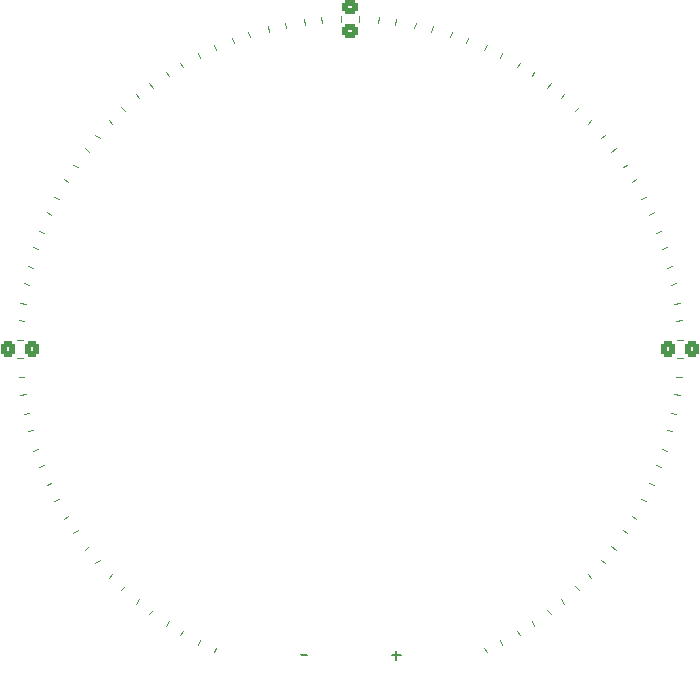
<source format=gto>
%TF.GenerationSoftware,KiCad,Pcbnew,7.0.8*%
%TF.CreationDate,2024-02-03T20:16:28-05:00*%
%TF.ProjectId,Dew Ring,44657720-5269-46e6-972e-6b696361645f,rev?*%
%TF.SameCoordinates,Original*%
%TF.FileFunction,Legend,Top*%
%TF.FilePolarity,Positive*%
%FSLAX46Y46*%
G04 Gerber Fmt 4.6, Leading zero omitted, Abs format (unit mm)*
G04 Created by KiCad (PCBNEW 7.0.8) date 2024-02-03 20:16:28*
%MOMM*%
%LPD*%
G01*
G04 APERTURE LIST*
G04 Aperture macros list*
%AMRoundRect*
0 Rectangle with rounded corners*
0 $1 Rounding radius*
0 $2 $3 $4 $5 $6 $7 $8 $9 X,Y pos of 4 corners*
0 Add a 4 corners polygon primitive as box body*
4,1,4,$2,$3,$4,$5,$6,$7,$8,$9,$2,$3,0*
0 Add four circle primitives for the rounded corners*
1,1,$1+$1,$2,$3*
1,1,$1+$1,$4,$5*
1,1,$1+$1,$6,$7*
1,1,$1+$1,$8,$9*
0 Add four rect primitives between the rounded corners*
20,1,$1+$1,$2,$3,$4,$5,0*
20,1,$1+$1,$4,$5,$6,$7,0*
20,1,$1+$1,$6,$7,$8,$9,0*
20,1,$1+$1,$8,$9,$2,$3,0*%
%AMFreePoly0*
4,1,52,2.543260,1.508031,2.767066,1.448206,2.979455,1.355693,3.175684,1.232558,3.351368,1.081552,3.502584,0.906049,3.625954,0.709967,3.718721,0.497689,3.778814,0.273956,3.804890,0.043764,3.796367,-0.187742,3.753434,-0.415392,3.677051,-0.634101,3.568925,-0.838983,3.431470,-1.025461,3.267758,-1.189370,3.081445,-1.327048,2.876692,-1.435419,2.658074,-1.512063,1.783786,-1.732631,
0.903170,-1.926397,0.017048,-2.093179,-0.873755,-2.232823,-1.104922,-2.247969,-1.335766,-2.228492,-1.561127,-2.174827,-1.775974,-2.088173,-1.975505,-1.970465,-2.155264,-1.824334,-2.311237,-1.653043,-2.439937,-1.460418,-2.538491,-1.250764,-2.604696,-1.028761,-2.637075,-0.799373,-2.634903,-0.567720,-2.598229,-0.338978,-2.527872,-0.118256,-2.425406,0.089514,-2.293116,0.279691,-2.133960,0.448028,
-1.951492,0.590764,-1.749789,0.704708,-1.533356,0.787319,-1.307027,0.836750,-0.907442,0.893159,-0.112087,1.030317,0.678709,1.191699,1.464207,1.377155,1.853943,1.481826,2.081542,1.525031,2.313038,1.533832,2.543260,1.508031,2.543260,1.508031,$1*%
G04 Aperture macros list end*
%ADD10C,0.150000*%
%ADD11C,0.120000*%
%ADD12RoundRect,0.250000X-0.516600X0.241090X-0.360835X-0.441359X0.516600X-0.241090X0.360835X0.441359X0*%
%ADD13RoundRect,0.250000X0.070711X-0.565685X0.565685X-0.070711X-0.070711X0.565685X-0.565685X0.070711X0*%
%ADD14RoundRect,0.250000X-0.241090X-0.516600X0.441359X-0.360835X0.241090X0.516600X-0.441359X0.360835X0*%
%ADD15RoundRect,0.250000X-0.441359X-0.360835X0.241090X-0.516600X0.441359X0.360835X-0.241090X0.516600X0*%
%ADD16RoundRect,0.250000X-0.450000X0.350000X-0.450000X-0.350000X0.450000X-0.350000X0.450000X0.350000X0*%
%ADD17RoundRect,0.250000X0.567237X-0.056939X0.194815X0.535768X-0.567237X0.056939X-0.194815X-0.535768X0*%
%ADD18RoundRect,0.250000X-0.056939X-0.567237X0.535768X-0.194815X0.056939X0.567237X-0.535768X0.194815X0*%
%ADD19RoundRect,0.250000X-0.554211X-0.133603X-0.006929X-0.570046X0.554211X0.133603X0.006929X0.570046X0*%
%ADD20RoundRect,0.250000X0.441359X0.360835X-0.241090X0.516600X-0.441359X-0.360835X0.241090X-0.516600X0*%
%ADD21RoundRect,0.250000X-0.398183X-0.407983X0.297415X-0.486358X0.398183X0.407983X-0.297415X0.486358X0*%
%ADD22RoundRect,0.250000X-0.535768X-0.194815X0.056939X-0.567237X0.535768X0.194815X-0.056939X0.567237X0*%
%ADD23RoundRect,0.250000X-0.297415X-0.486358X0.398183X-0.407983X0.297415X0.486358X-0.398183X0.407983X0*%
%ADD24FreePoly0,333.000000*%
%ADD25RoundRect,0.250000X0.241090X0.516600X-0.441359X0.360835X-0.241090X-0.516600X0.441359X-0.360835X0*%
%ADD26RoundRect,0.250000X-0.120091X-0.557295X0.510587X-0.253577X0.120091X0.557295X-0.510587X0.253577X0*%
%ADD27RoundRect,0.250000X0.350000X0.450000X-0.350000X0.450000X-0.350000X-0.450000X0.350000X-0.450000X0*%
%ADD28RoundRect,0.250000X0.297415X0.486358X-0.398183X0.407983X-0.297415X-0.486358X0.398183X-0.407983X0*%
%ADD29RoundRect,0.250000X-0.570046X-0.006929X-0.133603X-0.554211X0.570046X0.006929X0.133603X0.554211X0*%
%ADD30RoundRect,0.250000X0.510587X0.253577X-0.120091X0.557295X-0.510587X-0.253577X0.120091X-0.557295X0*%
%ADD31RoundRect,0.250000X0.398183X0.407983X-0.297415X0.486358X-0.398183X-0.407983X0.297415X-0.486358X0*%
%ADD32RoundRect,0.250000X0.194815X-0.535768X0.567237X0.056939X-0.194815X0.535768X-0.567237X-0.056939X0*%
%ADD33RoundRect,0.250000X0.535768X0.194815X-0.056939X0.567237X-0.535768X-0.194815X0.056939X-0.567237X0*%
%ADD34RoundRect,0.250000X0.557295X-0.120091X0.253577X0.510587X-0.557295X0.120091X-0.253577X-0.510587X0*%
%ADD35RoundRect,0.250000X0.478985X0.309150X-0.181734X0.540345X-0.478985X-0.309150X0.181734X-0.540345X0*%
%ADD36RoundRect,0.250000X-0.567237X0.056939X-0.194815X-0.535768X0.567237X-0.056939X0.194815X0.535768X0*%
%ADD37RoundRect,0.250000X0.570046X0.006929X0.133603X0.554211X-0.570046X-0.006929X-0.133603X-0.554211X0*%
%ADD38RoundRect,0.250000X-0.478985X-0.309150X0.181734X-0.540345X0.478985X0.309150X-0.181734X0.540345X0*%
%ADD39RoundRect,0.250000X-0.194815X0.535768X-0.567237X-0.056939X0.194815X-0.535768X0.567237X0.056939X0*%
%ADD40RoundRect,0.250000X-0.407983X0.398183X-0.486358X-0.297415X0.407983X-0.398183X0.486358X0.297415X0*%
%ADD41RoundRect,0.250000X-0.133603X0.554211X-0.570046X0.006929X0.133603X-0.554211X0.570046X-0.006929X0*%
%ADD42RoundRect,0.250000X0.565685X0.070711X0.070711X0.565685X-0.565685X-0.070711X-0.070711X-0.565685X0*%
%ADD43RoundRect,0.250000X-0.540345X0.181734X-0.309150X-0.478985X0.540345X-0.181734X0.309150X0.478985X0*%
%ADD44RoundRect,0.250000X0.120091X0.557295X-0.510587X0.253577X-0.120091X-0.557295X0.510587X-0.253577X0*%
%ADD45RoundRect,0.250000X0.181734X0.540345X-0.478985X0.309150X-0.181734X-0.540345X0.478985X-0.309150X0*%
%ADD46RoundRect,0.250000X-0.070711X0.565685X-0.565685X0.070711X0.070711X-0.565685X0.565685X-0.070711X0*%
%ADD47RoundRect,0.250000X-0.557295X0.120091X-0.253577X-0.510587X0.557295X-0.120091X0.253577X0.510587X0*%
%ADD48RoundRect,0.250000X0.056939X0.567237X-0.535768X0.194815X-0.056939X-0.567237X0.535768X-0.194815X0*%
%ADD49RoundRect,0.250000X-0.309150X0.478985X-0.540345X-0.181734X0.309150X-0.478985X0.540345X0.181734X0*%
%ADD50RoundRect,0.250000X-0.006929X0.570046X-0.554211X0.133603X0.006929X-0.570046X0.554211X-0.133603X0*%
%ADD51RoundRect,0.250000X0.133603X-0.554211X0.570046X-0.006929X-0.133603X0.554211X-0.570046X0.006929X0*%
%ADD52RoundRect,0.250000X-0.360835X0.441359X-0.516600X-0.241090X0.360835X-0.441359X0.516600X0.241090X0*%
%ADD53RoundRect,0.250000X-0.181734X-0.540345X0.478985X-0.309150X0.181734X0.540345X-0.478985X0.309150X0*%
%ADD54FreePoly0,4.000000*%
%ADD55RoundRect,0.250000X0.253577X-0.510587X0.557295X0.120091X-0.253577X0.510587X-0.557295X-0.120091X0*%
%ADD56RoundRect,0.250000X-0.486358X0.297415X-0.407983X-0.398183X0.486358X-0.297415X0.407983X0.398183X0*%
%ADD57RoundRect,0.250000X0.006929X-0.570046X0.554211X-0.133603X-0.006929X0.570046X-0.554211X0.133603X0*%
%ADD58RoundRect,0.250000X0.554211X0.133603X0.006929X0.570046X-0.554211X-0.133603X-0.006929X-0.570046X0*%
%ADD59RoundRect,0.250000X-0.510587X-0.253577X0.120091X-0.557295X0.510587X0.253577X-0.120091X0.557295X0*%
%ADD60RoundRect,0.250000X-0.350000X-0.450000X0.350000X-0.450000X0.350000X0.450000X-0.350000X0.450000X0*%
%ADD61RoundRect,0.250000X-0.253577X0.510587X-0.557295X-0.120091X0.253577X-0.510587X0.557295X0.120091X0*%
%ADD62RoundRect,0.250000X-0.565685X-0.070711X-0.070711X-0.565685X0.565685X0.070711X0.070711X0.565685X0*%
G04 APERTURE END LIST*
D10*
X104096779Y-122478866D02*
X104858684Y-122478866D01*
X104477731Y-122859819D02*
X104477731Y-122097914D01*
X96216779Y-122448866D02*
X96978684Y-122448866D01*
D11*
%TO.C,R94*%
X95032811Y-68895590D02*
X95133864Y-69338332D01*
X93599666Y-69222696D02*
X93700719Y-69665438D01*
%TO.C,R57*%
X80147155Y-115917398D02*
X80468272Y-115596281D01*
X81186602Y-116956845D02*
X81507719Y-116635728D01*
%TO.C,R52*%
X72959590Y-102071189D02*
X73402332Y-101970136D01*
X73286696Y-103504334D02*
X73729438Y-103403281D01*
%TO.C,R104*%
X73286696Y-89535666D02*
X73729438Y-89636719D01*
X72959590Y-90968811D02*
X73402332Y-91069864D01*
%TO.C,R92*%
X101319000Y-68352936D02*
X101319000Y-68807064D01*
X99849000Y-68352936D02*
X99849000Y-68807064D01*
%TO.C,R69*%
X114947439Y-120760778D02*
X114705828Y-120376257D01*
X116192124Y-119978691D02*
X115950513Y-119594170D01*
%TO.C,R55*%
X76343222Y-110883439D02*
X76727743Y-110641828D01*
X77125309Y-112128124D02*
X77509830Y-111886513D01*
%TO.C,R100*%
X79020367Y-78383477D02*
X79375419Y-78666621D01*
X78103837Y-79532769D02*
X78458889Y-79815913D01*
%TO.C,R76*%
X127881304Y-103504334D02*
X127438562Y-103403281D01*
X128208410Y-102071189D02*
X127765668Y-101970136D01*
%TO.C,R105*%
X72676339Y-92635911D02*
X73127611Y-92686758D01*
X72511751Y-94096668D02*
X72963023Y-94147515D01*
%TO.C,R101*%
X77125309Y-80911876D02*
X77509830Y-81153487D01*
X76343222Y-82156561D02*
X76727743Y-82398172D01*
%TO.C,R51*%
X72511751Y-98943332D02*
X72963023Y-98892485D01*
X72676339Y-100404089D02*
X73127611Y-100353242D01*
%TO.C,R80*%
X128208410Y-90968811D02*
X127765668Y-91069864D01*
X127881304Y-89535666D02*
X127438562Y-89636719D01*
%TO.C,R54*%
X74887448Y-108079019D02*
X75296603Y-107881981D01*
X75525257Y-109403443D02*
X75934412Y-109206405D01*
%TO.C,R78*%
X128751064Y-97255000D02*
X128296936Y-97255000D01*
X128751064Y-95785000D02*
X128296936Y-95785000D01*
%TO.C,R79*%
X128656249Y-94096668D02*
X128204977Y-94147515D01*
X128491661Y-92635911D02*
X128040389Y-92686758D01*
%TO.C,R98*%
X83596769Y-74039837D02*
X83879913Y-74394889D01*
X82447477Y-74956367D02*
X82730621Y-75311419D01*
%TO.C,R74*%
X125642743Y-109403443D02*
X125233588Y-109206405D01*
X126280552Y-108079019D02*
X125871397Y-107881981D01*
%TO.C,R77*%
X128491661Y-100404089D02*
X128040389Y-100353242D01*
X128656249Y-98943332D02*
X128204977Y-98892485D01*
%TO.C,R59*%
X84975876Y-119978691D02*
X85217487Y-119594170D01*
X86220561Y-120760778D02*
X86462172Y-120376257D01*
%TO.C,R73*%
X124042691Y-112128124D02*
X123658170Y-111886513D01*
X124824778Y-110883439D02*
X124440257Y-110641828D01*
%TO.C,R68*%
X112143019Y-122216552D02*
X111945981Y-121807397D01*
X113467443Y-121578743D02*
X113270405Y-121169588D01*
%TO.C,R75*%
X126927667Y-106516746D02*
X126499023Y-106366757D01*
X127413177Y-105129237D02*
X126984533Y-104979248D01*
%TO.C,R97*%
X86220561Y-72279222D02*
X86462172Y-72663743D01*
X84975876Y-73061309D02*
X85217487Y-73445830D01*
%TO.C,R70*%
X117571231Y-119000163D02*
X117288087Y-118645111D01*
X118720523Y-118083633D02*
X118437379Y-117728581D01*
%TO.C,R103*%
X74240333Y-86523254D02*
X74668977Y-86673243D01*
X73754823Y-87910763D02*
X74183467Y-88060752D01*
%TO.C,R87*%
X116192124Y-73061309D02*
X115950513Y-73445830D01*
X114947439Y-72279222D02*
X114705828Y-72663743D01*
%TO.C,R91*%
X104468089Y-68612339D02*
X104417242Y-69063611D01*
X103007332Y-68447751D02*
X102956485Y-68899023D01*
%TO.C,R86*%
X118720523Y-74956367D02*
X118437379Y-75311419D01*
X117571231Y-74039837D02*
X117288087Y-74394889D01*
%TO.C,R71*%
X119981398Y-116956845D02*
X119660281Y-116635728D01*
X121020845Y-115917398D02*
X120699728Y-115596281D01*
%TO.C,R95*%
X91974763Y-69690823D02*
X92124752Y-70119467D01*
X90587254Y-70176333D02*
X90737243Y-70604977D01*
%TO.C,R82*%
X126280552Y-84960981D02*
X125871397Y-85158019D01*
X125642743Y-83636557D02*
X125233588Y-83833595D01*
%TO.C,R81*%
X127413177Y-87910763D02*
X126984533Y-88060752D01*
X126927667Y-86523254D02*
X126499023Y-86673243D01*
%TO.C,R85*%
X121020845Y-77122602D02*
X120699728Y-77443719D01*
X119981398Y-76083155D02*
X119660281Y-76404272D01*
%TO.C,R96*%
X89024981Y-70823448D02*
X89222019Y-71232603D01*
X87700557Y-71461257D02*
X87897595Y-71870412D01*
%TO.C,R83*%
X124824778Y-82156561D02*
X124440257Y-82398172D01*
X124042691Y-80911876D02*
X123658170Y-81153487D01*
%TO.C,R89*%
X110580746Y-70176333D02*
X110430757Y-70604977D01*
X109193237Y-69690823D02*
X109043248Y-70119467D01*
%TO.C,R84*%
X123064163Y-79532769D02*
X122709111Y-79815913D01*
X122147633Y-78383477D02*
X121792581Y-78666621D01*
%TO.C,R58*%
X82447477Y-118083633D02*
X82730621Y-117728581D01*
X83596769Y-119000163D02*
X83879913Y-118645111D01*
%TO.C,R90*%
X107568334Y-69222696D02*
X107467281Y-69665438D01*
X106135189Y-68895590D02*
X106034136Y-69338332D01*
%TO.C,R53*%
X73754823Y-105129237D02*
X74183467Y-104979248D01*
X74240333Y-106516746D02*
X74668977Y-106366757D01*
%TO.C,R60*%
X87700557Y-121578743D02*
X87897595Y-121169588D01*
X89024981Y-122216552D02*
X89222019Y-121807397D01*
%TO.C,R93*%
X98160668Y-68447751D02*
X98211515Y-68899023D01*
X96699911Y-68612339D02*
X96750758Y-69063611D01*
%TO.C,R56*%
X78103837Y-113507231D02*
X78458889Y-113224087D01*
X79020367Y-114656523D02*
X79375419Y-114373379D01*
%TO.C,R72*%
X122147633Y-114656523D02*
X121792581Y-114373379D01*
X123064163Y-113507231D02*
X122709111Y-113224087D01*
%TO.C,R102*%
X75525257Y-83636557D02*
X75934412Y-83833595D01*
X74887448Y-84960981D02*
X75296603Y-85158019D01*
%TO.C,R1*%
X72416936Y-95785000D02*
X72871064Y-95785000D01*
X72416936Y-97255000D02*
X72871064Y-97255000D01*
%TO.C,R88*%
X113467443Y-71461257D02*
X113270405Y-71870412D01*
X112143019Y-70823448D02*
X111945981Y-71232603D01*
%TO.C,R99*%
X81186602Y-76083155D02*
X81507719Y-76404272D01*
X80147155Y-77122602D02*
X80468272Y-77443719D01*
%TD*%
%LPC*%
D12*
%TO.C,R94*%
X94144244Y-68305586D03*
X94589286Y-70255442D03*
%TD*%
D13*
%TO.C,R57*%
X80120330Y-116983670D03*
X81534544Y-115569456D03*
%TD*%
D14*
%TO.C,R52*%
X72369586Y-102959756D03*
X74319442Y-102514714D03*
%TD*%
D15*
%TO.C,R104*%
X72369586Y-90080244D03*
X74319442Y-90525286D03*
%TD*%
D16*
%TO.C,R92*%
X100584000Y-67580000D03*
X100584000Y-69580000D03*
%TD*%
D17*
%TO.C,R69*%
X115981008Y-121024198D03*
X114916944Y-119330750D03*
%TD*%
D18*
%TO.C,R55*%
X76079802Y-111917008D03*
X77773250Y-110852944D03*
%TD*%
D19*
%TO.C,R100*%
X77957797Y-78476205D03*
X79521459Y-79723185D03*
%TD*%
D20*
%TO.C,R76*%
X128798414Y-102959756D03*
X126848558Y-102514714D03*
%TD*%
D21*
%TO.C,R105*%
X71825969Y-93279749D03*
X73813393Y-93503677D03*
%TD*%
D22*
%TO.C,R101*%
X76079802Y-81122992D03*
X77773250Y-82187056D03*
%TD*%
D23*
%TO.C,R51*%
X71825969Y-99760251D03*
X73813393Y-99536323D03*
%TD*%
D24*
%TO.C,*%
X92592597Y-122807411D03*
%TD*%
D25*
%TO.C,R80*%
X128798414Y-90080244D03*
X126848558Y-90525286D03*
%TD*%
D26*
%TO.C,R54*%
X74509961Y-109076596D03*
X76311899Y-108208828D03*
%TD*%
D27*
%TO.C,R78*%
X129524000Y-96520000D03*
X127524000Y-96520000D03*
%TD*%
D28*
%TO.C,R79*%
X129342031Y-93279749D03*
X127354607Y-93503677D03*
%TD*%
D29*
%TO.C,R98*%
X82540205Y-73893797D03*
X83787185Y-75457459D03*
%TD*%
D30*
%TO.C,R74*%
X126658039Y-109076596D03*
X124856101Y-108208828D03*
%TD*%
D31*
%TO.C,R77*%
X129342031Y-99760251D03*
X127354607Y-99536323D03*
%TD*%
D32*
%TO.C,R59*%
X85186992Y-121024198D03*
X86251056Y-119330750D03*
%TD*%
D33*
%TO.C,R73*%
X125088198Y-111917008D03*
X123394750Y-110852944D03*
%TD*%
D34*
%TO.C,R68*%
X113140596Y-122594039D03*
X112272828Y-120792101D03*
%TD*%
D35*
%TO.C,R75*%
X127899983Y-106078276D03*
X126012217Y-105417718D03*
%TD*%
D36*
%TO.C,R97*%
X85186992Y-72015802D03*
X86251056Y-73709250D03*
%TD*%
D37*
%TO.C,R70*%
X118627795Y-119146203D03*
X117380815Y-117582541D03*
%TD*%
D38*
%TO.C,R103*%
X73268017Y-86961724D03*
X75155783Y-87622282D03*
%TD*%
D39*
%TO.C,R87*%
X115981008Y-72015802D03*
X114916944Y-73709250D03*
%TD*%
D40*
%TO.C,R91*%
X103824251Y-67761969D03*
X103600323Y-69749393D03*
%TD*%
D41*
%TO.C,R86*%
X118627795Y-73893797D03*
X117380815Y-75457459D03*
%TD*%
D42*
%TO.C,R71*%
X121047670Y-116983670D03*
X119633456Y-115569456D03*
%TD*%
D43*
%TO.C,R95*%
X91025724Y-69204017D03*
X91686282Y-71091783D03*
%TD*%
D44*
%TO.C,R82*%
X126658039Y-83963404D03*
X124856101Y-84831172D03*
%TD*%
D45*
%TO.C,R81*%
X127899983Y-86961724D03*
X126012217Y-87622282D03*
%TD*%
D46*
%TO.C,R85*%
X121047670Y-76056330D03*
X119633456Y-77470544D03*
%TD*%
D47*
%TO.C,R96*%
X88027404Y-70445961D03*
X88895172Y-72247899D03*
%TD*%
D48*
%TO.C,R83*%
X125088198Y-81122992D03*
X123394750Y-82187056D03*
%TD*%
D49*
%TO.C,R89*%
X110142276Y-69204017D03*
X109481718Y-71091783D03*
%TD*%
D50*
%TO.C,R84*%
X123210203Y-78476205D03*
X121646541Y-79723185D03*
%TD*%
D51*
%TO.C,R58*%
X82540205Y-119146203D03*
X83787185Y-117582541D03*
%TD*%
D52*
%TO.C,R90*%
X107023756Y-68305586D03*
X106578714Y-70255442D03*
%TD*%
D53*
%TO.C,R53*%
X73268017Y-106078276D03*
X75155783Y-105417718D03*
%TD*%
D54*
%TO.C,REF\u002A\u002A*%
X107553168Y-123085059D03*
%TD*%
D55*
%TO.C,R60*%
X88027404Y-122594039D03*
X88895172Y-120792101D03*
%TD*%
D56*
%TO.C,R93*%
X97343749Y-67761969D03*
X97567677Y-69749393D03*
%TD*%
D57*
%TO.C,R56*%
X77957797Y-114563795D03*
X79521459Y-113316815D03*
%TD*%
D58*
%TO.C,R72*%
X123210203Y-114563795D03*
X121646541Y-113316815D03*
%TD*%
D59*
%TO.C,R102*%
X74509961Y-83963404D03*
X76311899Y-84831172D03*
%TD*%
D60*
%TO.C,R1*%
X71644000Y-96520000D03*
X73644000Y-96520000D03*
%TD*%
D61*
%TO.C,R88*%
X113140596Y-70445961D03*
X112272828Y-72247899D03*
%TD*%
D62*
%TO.C,R99*%
X80120330Y-76056330D03*
X81534544Y-77470544D03*
%TD*%
%LPD*%
M02*

</source>
